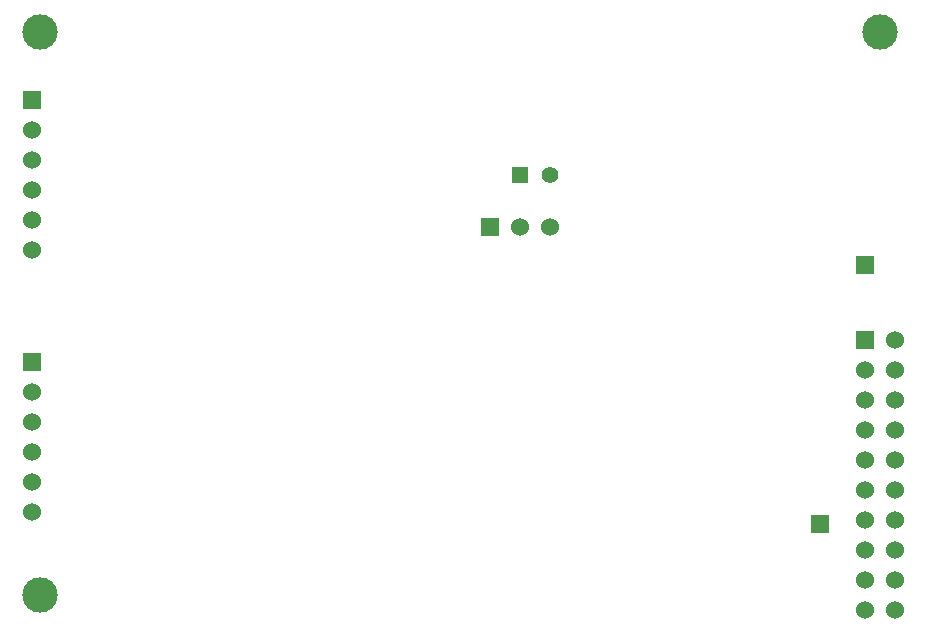
<source format=gbs>
G04 (created by PCBNEW (2013-07-07 BZR 4022)-stable) date 11/28/2013 9:42:38 AM*
%MOIN*%
G04 Gerber Fmt 3.4, Leading zero omitted, Abs format*
%FSLAX34Y34*%
G01*
G70*
G90*
G04 APERTURE LIST*
%ADD10C,0.00590551*%
%ADD11R,0.06X0.06*%
%ADD12C,0.06*%
%ADD13C,0.11811*%
%ADD14R,0.055X0.055*%
%ADD15C,0.055*%
G04 APERTURE END LIST*
G54D10*
G54D11*
X64000Y-58250D03*
G54D12*
X65000Y-58250D03*
X64000Y-59250D03*
X65000Y-59250D03*
X64000Y-60250D03*
X65000Y-60250D03*
X64000Y-61250D03*
X65000Y-61250D03*
X64000Y-62250D03*
X65000Y-62250D03*
X64000Y-63250D03*
X65000Y-63250D03*
X64000Y-64250D03*
X65000Y-64250D03*
X64000Y-65250D03*
X65000Y-65250D03*
X64000Y-66250D03*
X65000Y-66250D03*
X64000Y-67250D03*
X65000Y-67250D03*
G54D11*
X51500Y-54500D03*
G54D12*
X52500Y-54500D03*
X53500Y-54500D03*
G54D11*
X36250Y-50250D03*
G54D12*
X36250Y-51250D03*
X36250Y-52250D03*
X36250Y-53250D03*
X36250Y-54250D03*
X36250Y-55250D03*
G54D13*
X36500Y-48000D03*
X64500Y-48000D03*
X36500Y-66750D03*
G54D11*
X62500Y-64400D03*
X64000Y-55750D03*
X36250Y-59000D03*
G54D12*
X36250Y-60000D03*
X36250Y-61000D03*
X36250Y-62000D03*
X36250Y-63000D03*
X36250Y-64000D03*
G54D14*
X52500Y-52750D03*
G54D15*
X53500Y-52750D03*
M02*

</source>
